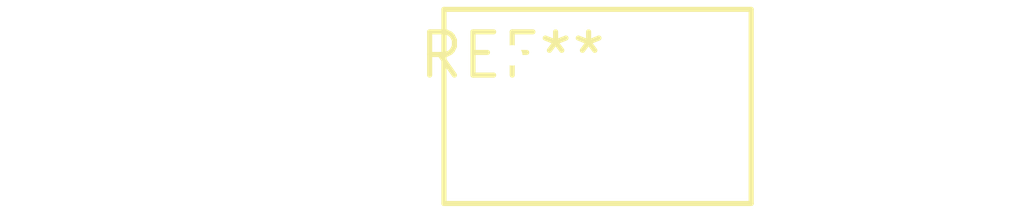
<source format=kicad_pcb>
(kicad_pcb (version 20240108) (generator pcbnew)
  (layers (0 "F.Cu" signal) (31 "B.Cu" signal) (34 "B.Paste" user) (35 "F.Paste" user) (36 "B.SilkS" user "B.Silkscreen") (37 "F.SilkS" user "F.Silkscreen") (38 "B.Mask" user) (39 "F.Mask" user) (44 "Edge.Cuts" user))
  (net 0 "")
  (footprint "RV_Disc_D9mm_W5.7mm_P5mm" (layer "F.Cu") (at 0 0)
    (property "Reference" "REF**")
    (property "Value" "RV_Disc_D9mm_W5.7mm_P5mm")
    (fp_line (start -2 -1.35) (end -2 4.35) (layer "F.SilkS") (stroke (width 0.15)))
    (fp_line (start -2 -1.35) (end 7 -1.35) (layer "F.SilkS") (stroke (width 0.15)))
    (fp_line (start -2 4.35) (end 7 4.35) (layer "F.SilkS") (stroke (width 0.15)))
    (fp_line (start 7 -1.35) (end 7 4.35) (layer "F.SilkS") (stroke (width 0.15)))
    (pad "1" thru_hole circle (at 0 0) (size 1.6 1.6) (drill 0.6) (layers *.Cu *.Mask) (remove_unused_layers))
    (pad "2" thru_hole circle (at 5 3) (size 1.6 1.6) (drill 0.6) (layers *.Cu *.Mask) (remove_unused_layers))
  )
)
</source>
